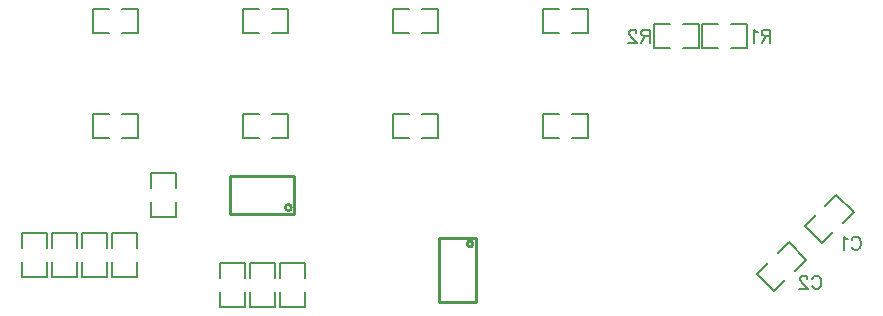
<source format=gbo>
G04 ---------------------------- Layer name :BOTTOM SILK LAYER*
G04 EasyEDA v5.8.22, Tue, 08 Jan 2019 20:33:26 GMT*
G04 129acfe98f9248dba87738b5e980386f*
G04 Gerber Generator version 0.2*
G04 Scale: 100 percent, Rotated: No, Reflected: No *
G04 Dimensions in inches *
G04 leading zeros omitted , absolute positions ,2 integer and 4 decimal *
%FSLAX24Y24*%
%MOIN*%
G90*
G70D02*

%ADD10C,0.010000*%
%ADD34C,0.007870*%
%ADD39C,0.007000*%

%LPD*%
G54D10*
G01X18131Y1934D02*
G01X18131Y4061D01*
G01X16872Y1934D02*
G01X16872Y4061D01*
G01X18131Y1934D02*
G01X16872Y1934D01*
G01X18119Y4065D02*
G01X16919Y4065D01*
G01X9935Y4869D02*
G01X12060Y4869D01*
G01X9935Y6128D02*
G01X12060Y6128D01*
G01X9935Y4869D02*
G01X9935Y6128D01*
G01X12064Y4880D02*
G01X12064Y6080D01*
G54D34*
G01X28434Y2657D02*
G01X28065Y2290D01*
G01X27489Y2865D01*
G01X27856Y3234D01*
G01X28748Y2973D02*
G01X29115Y3340D01*
G01X28539Y3915D01*
G01X28172Y3548D01*
G01X29765Y5142D02*
G01X30134Y5509D01*
G01X30710Y4934D01*
G01X30343Y4565D01*
G01X29451Y4826D02*
G01X29084Y4459D01*
G01X29660Y3884D01*
G01X30027Y4251D01*
G01X26618Y11207D02*
G01X27138Y11207D01*
G01X27138Y10392D01*
G01X26618Y10392D01*
G01X26172Y11207D02*
G01X25652Y11207D01*
G01X25652Y10392D01*
G01X26172Y10392D01*
G01X24581Y10392D02*
G01X24061Y10392D01*
G01X24061Y11207D01*
G01X24581Y11207D01*
G01X25027Y10392D02*
G01X25547Y10392D01*
G01X25547Y11207D01*
G01X25027Y11207D01*
G01X2992Y3718D02*
G01X2992Y4238D01*
G01X3807Y4238D01*
G01X3807Y3718D01*
G01X2992Y3272D02*
G01X2992Y2753D01*
G01X3807Y2753D01*
G01X3807Y3272D01*
G01X3992Y3718D02*
G01X3992Y4238D01*
G01X4807Y4238D01*
G01X4807Y3718D01*
G01X3992Y3272D02*
G01X3992Y2753D01*
G01X4807Y2753D01*
G01X4807Y3272D01*
G01X4992Y3718D02*
G01X4992Y4238D01*
G01X5807Y4238D01*
G01X5807Y3718D01*
G01X4992Y3272D02*
G01X4992Y2753D01*
G01X5807Y2753D01*
G01X5807Y3272D01*
G01X5992Y3718D02*
G01X5992Y4238D01*
G01X6807Y4238D01*
G01X6807Y3718D01*
G01X5992Y3272D02*
G01X5992Y2753D01*
G01X6807Y2753D01*
G01X6807Y3272D01*
G01X11592Y2718D02*
G01X11592Y3238D01*
G01X12407Y3238D01*
G01X12407Y2718D01*
G01X11592Y2272D02*
G01X11592Y1753D01*
G01X12407Y1753D01*
G01X12407Y2272D01*
G01X10592Y2718D02*
G01X10592Y3238D01*
G01X11407Y3238D01*
G01X11407Y2718D01*
G01X10592Y2272D02*
G01X10592Y1753D01*
G01X11407Y1753D01*
G01X11407Y2272D01*
G01X9592Y2718D02*
G01X9592Y3238D01*
G01X10407Y3238D01*
G01X10407Y2718D01*
G01X9592Y2272D02*
G01X9592Y1753D01*
G01X10407Y1753D01*
G01X10407Y2272D01*
G01X7292Y5718D02*
G01X7292Y6238D01*
G01X8107Y6238D01*
G01X8107Y5718D01*
G01X7292Y5272D02*
G01X7292Y4753D01*
G01X8107Y4753D01*
G01X8107Y5272D01*
G01X20881Y7392D02*
G01X20361Y7392D01*
G01X20361Y8207D01*
G01X20881Y8207D01*
G01X21327Y7392D02*
G01X21847Y7392D01*
G01X21847Y8207D01*
G01X21327Y8207D01*
G01X15881Y7392D02*
G01X15361Y7392D01*
G01X15361Y8207D01*
G01X15881Y8207D01*
G01X16327Y7392D02*
G01X16847Y7392D01*
G01X16847Y8207D01*
G01X16327Y8207D01*
G01X5881Y7392D02*
G01X5361Y7392D01*
G01X5361Y8207D01*
G01X5881Y8207D01*
G01X6327Y7392D02*
G01X6846Y7392D01*
G01X6846Y8207D01*
G01X6327Y8207D01*
G01X10881Y7392D02*
G01X10361Y7392D01*
G01X10361Y8207D01*
G01X10881Y8207D01*
G01X11327Y7392D02*
G01X11847Y7392D01*
G01X11847Y8207D01*
G01X11327Y8207D01*
G01X20881Y10892D02*
G01X20361Y10892D01*
G01X20361Y11707D01*
G01X20881Y11707D01*
G01X21327Y10892D02*
G01X21847Y10892D01*
G01X21847Y11707D01*
G01X21327Y11707D01*
G01X15881Y10892D02*
G01X15361Y10892D01*
G01X15361Y11707D01*
G01X15881Y11707D01*
G01X16327Y10892D02*
G01X16847Y10892D01*
G01X16847Y11707D01*
G01X16327Y11707D01*
G01X10881Y10892D02*
G01X10361Y10892D01*
G01X10361Y11707D01*
G01X10881Y11707D01*
G01X11327Y10892D02*
G01X11847Y10892D01*
G01X11847Y11707D01*
G01X11327Y11707D01*
G01X5881Y10892D02*
G01X5361Y10892D01*
G01X5361Y11707D01*
G01X5881Y11707D01*
G01X6327Y10892D02*
G01X6846Y10892D01*
G01X6846Y11707D01*
G01X6327Y11707D01*
G54D39*
G01X29321Y2698D02*
G01X29342Y2739D01*
G01X29382Y2780D01*
G01X29422Y2800D01*
G01X29505Y2800D01*
G01X29546Y2780D01*
G01X29586Y2739D01*
G01X29607Y2698D01*
G01X29627Y2637D01*
G01X29627Y2535D01*
G01X29607Y2473D01*
G01X29586Y2432D01*
G01X29546Y2391D01*
G01X29505Y2371D01*
G01X29422Y2371D01*
G01X29382Y2391D01*
G01X29342Y2432D01*
G01X29321Y2473D01*
G01X29165Y2698D02*
G01X29165Y2719D01*
G01X29144Y2760D01*
G01X29125Y2780D01*
G01X29084Y2800D01*
G01X29002Y2800D01*
G01X28960Y2780D01*
G01X28940Y2760D01*
G01X28919Y2719D01*
G01X28919Y2678D01*
G01X28940Y2637D01*
G01X28981Y2575D01*
G01X29185Y2371D01*
G01X28900Y2371D01*
G01X30637Y3998D02*
G01X30658Y4038D01*
G01X30699Y4080D01*
G01X30739Y4100D01*
G01X30821Y4100D01*
G01X30862Y4080D01*
G01X30903Y4038D01*
G01X30924Y3998D01*
G01X30944Y3936D01*
G01X30944Y3834D01*
G01X30924Y3773D01*
G01X30903Y3732D01*
G01X30862Y3690D01*
G01X30821Y3671D01*
G01X30739Y3671D01*
G01X30699Y3690D01*
G01X30658Y3732D01*
G01X30637Y3773D01*
G01X30502Y4019D02*
G01X30461Y4038D01*
G01X30400Y4100D01*
G01X30400Y3671D01*
G01X27924Y11000D02*
G01X27924Y10571D01*
G01X27924Y11000D02*
G01X27740Y11000D01*
G01X27679Y10980D01*
G01X27658Y10959D01*
G01X27638Y10919D01*
G01X27638Y10878D01*
G01X27658Y10836D01*
G01X27679Y10815D01*
G01X27740Y10796D01*
G01X27924Y10796D01*
G01X27781Y10796D02*
G01X27638Y10571D01*
G01X27503Y10919D02*
G01X27462Y10938D01*
G01X27400Y11000D01*
G01X27400Y10571D01*
G01X23908Y11000D02*
G01X23908Y10571D01*
G01X23908Y11000D02*
G01X23724Y11000D01*
G01X23663Y10980D01*
G01X23642Y10960D01*
G01X23622Y10919D01*
G01X23622Y10878D01*
G01X23642Y10837D01*
G01X23663Y10816D01*
G01X23724Y10796D01*
G01X23908Y10796D01*
G01X23765Y10796D02*
G01X23622Y10571D01*
G01X23466Y10898D02*
G01X23466Y10919D01*
G01X23446Y10960D01*
G01X23425Y10980D01*
G01X23384Y11000D01*
G01X23303Y11000D01*
G01X23262Y10980D01*
G01X23241Y10960D01*
G01X23221Y10919D01*
G01X23221Y10878D01*
G01X23241Y10837D01*
G01X23282Y10775D01*
G01X23487Y10571D01*
G01X23200Y10571D01*
G54D10*
G75*
G01X18020Y3865D02*
G03X18020Y3865I-100J0D01*
G01*
G75*
G01X11965Y5080D02*
G03X11965Y5080I-100J0D01*
G01*
M00*
M02*

</source>
